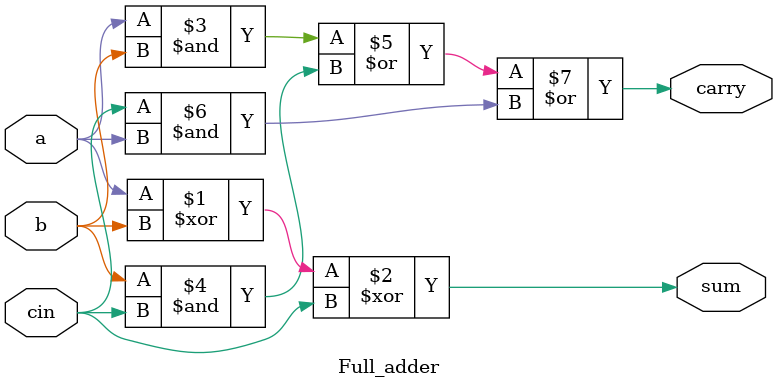
<source format=v>
`timescale 1ns / 1ps


module Full_adder(a,b,cin,sum,carry);
input a,b,cin;
output sum,carry;
assign sum=a^b^cin;
assign carry=(a&b)|(b&cin)|(cin&a);
endmodule

</source>
